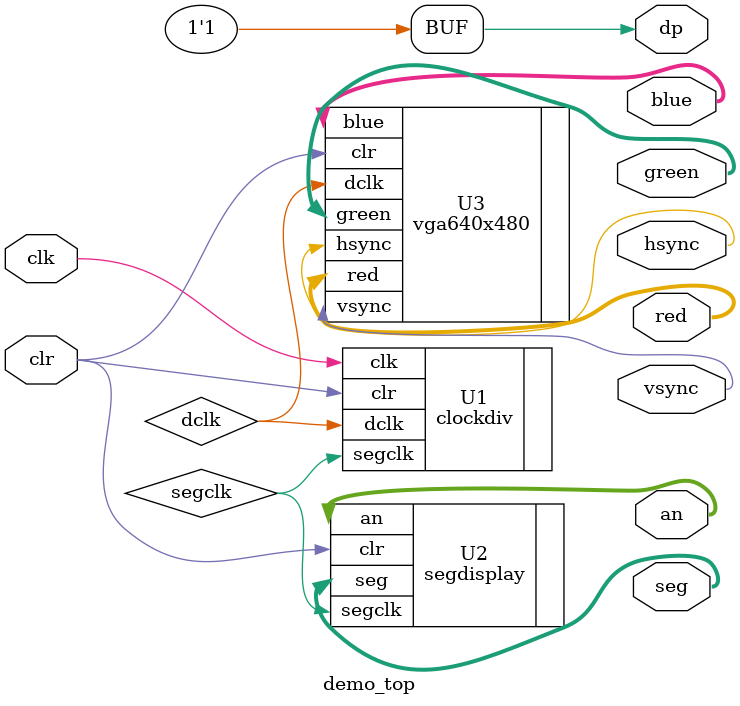
<source format=v>
`timescale 1ns / 1ps
module demo_top(
	input wire clk,			//master clock = 50MHz
	input wire clr,			//right-most pushbutton for reset
	output wire [6:0] seg,	//7-segment display LEDs
	output wire [3:0] an,	//7-segment display anode enable
	output wire dp,			//7-segment display decimal point
	output wire [2:0] red,	//red vga output - 3 bits
	output wire [2:0] green,//green vga output - 3 bits
	output wire [1:0] blue,	//blue vga output - 2 bits
	output wire hsync,		//horizontal sync out
	output wire vsync			//vertical sync out
	);

// 7-segment clock interconnect
wire segclk;

// VGA display clock interconnect
wire dclk;

// disable the 7-segment decimal points
assign dp = 1;

// generate 7-segment clock & display clock
clockdiv U1(
	.clk(clk),
	.clr(clr),
	.segclk(segclk),
	.dclk(dclk)
	);

// 7-segment display controller
segdisplay U2(
	.segclk(segclk),
	.clr(clr),
	.seg(seg),
	.an(an)
	);

// VGA controller
vga640x480 U3(
	.dclk(dclk),
	.clr(clr),
	.hsync(hsync),
	.vsync(vsync),
	.red(red),
	.green(green),
	.blue(blue)
	);

endmodule

</source>
